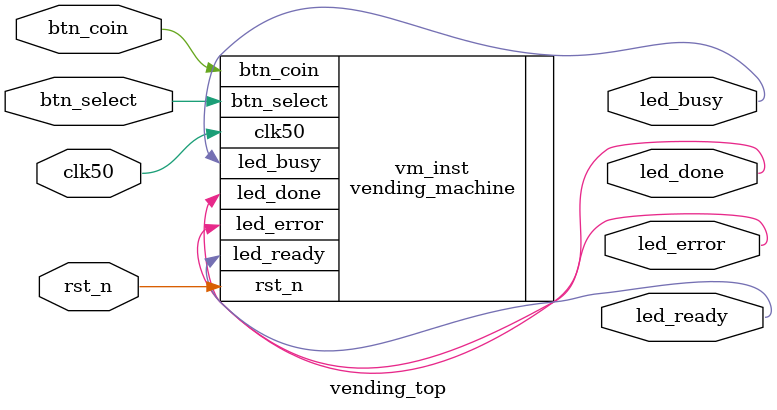
<source format=v>
module vending_top (
    input  wire clk50,
    input  wire rst_n,
    input  wire btn_coin,
    input  wire btn_select,
    output wire led_ready,
    output wire led_busy,
    output wire led_done,
    output wire led_error
);
    vending_machine vm_inst (
        .clk50(clk50),
        .rst_n(rst_n),
        .btn_coin(btn_coin),
        .btn_select(btn_select),
        .led_ready(led_ready),
        .led_busy(led_busy),
        .led_done(led_done),
        .led_error(led_error)
    );
endmodule

</source>
